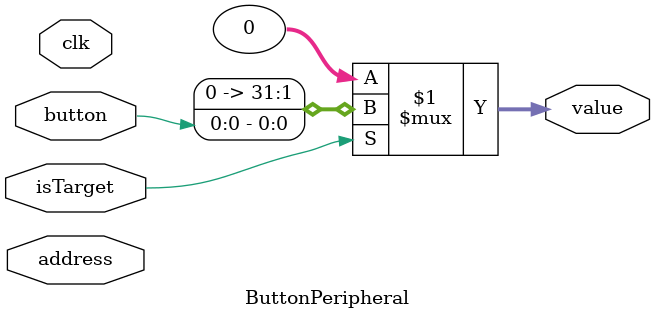
<source format=v>
module ButtonPeripheral(
  input clk,
  input isTarget,
  input [27:0] address,
  output [31:0] value,

  input button
);

assign value = isTarget ? { 31'b0, button } : 0;

endmodule

</source>
